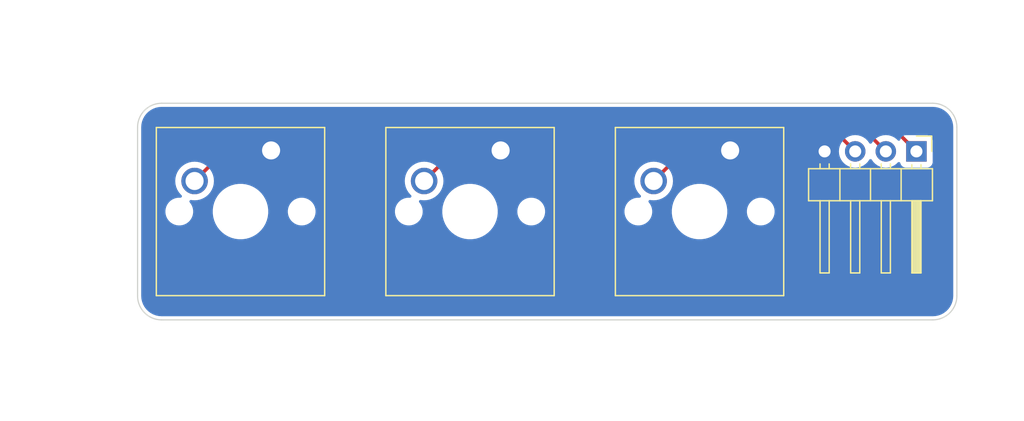
<source format=kicad_pcb>
(kicad_pcb (version 20240108) (generator "pcbnew") (generator_version "8.0")
  (title_block (title "Mechanical Switch Breakout PCB") (date "2024-06-07") (rev "0.1.0"))
  (layers (0 "F.Cu" signal) (31 "B.Cu" signal) (34 "B.Paste" user) (35 "F.Paste" user) (36 "B.SilkS" user "B.Silkscreen") (37 "F.SilkS" user "F.Silkscreen") (38 "B.Mask" user) (39 "F.Mask" user) (44 "Edge.Cuts" user))
  (net 0 "")
  (net 1 "/SW_1")
  (net 2 "/COMMON")
  (net 3 "/SW_3")
  (net 4 "/SW_2")
  (footprint "Connector_PinHeader_2.54mm:PinHeader_1x04_P2.54mm_Horizontal" (layer "F.Cu") (at 133.6 58.54 -90)
    (property "Reference" "J1" (hide yes))
    (property "Value" "Conn_01x04_Pin" (hide yes))
    (fp_line (start 1.44 8.95) (end 4.1 8.95) (stroke (width 0.12)) (layer "F.SilkS"))
    (fp_line (start 4.1 8.95) (end 4.1 -1.33) (stroke (width 0.12)) (layer "F.SilkS"))
    (fp_line (start 1.042929 8) (end 1.44 8) (stroke (width 0.12)) (layer "F.SilkS"))
    (fp_line (start 10.1 8) (end 4.1 8) (stroke (width 0.12)) (layer "F.SilkS"))
    (fp_line (start 1.042929 7.24) (end 1.44 7.24) (stroke (width 0.12)) (layer "F.SilkS"))
    (fp_line (start 4.1 7.24) (end 10.1 7.24) (stroke (width 0.12)) (layer "F.SilkS"))
    (fp_line (start 10.1 7.24) (end 10.1 8) (stroke (width 0.12)) (layer "F.SilkS"))
    (fp_line (start 1.44 6.35) (end 4.1 6.35) (stroke (width 0.12)) (layer "F.SilkS"))
    (fp_line (start 1.042929 5.46) (end 1.44 5.46) (stroke (width 0.12)) (layer "F.SilkS"))
    (fp_line (start 10.1 5.46) (end 4.1 5.46) (stroke (width 0.12)) (layer "F.SilkS"))
    (fp_line (start 1.042929 4.7) (end 1.44 4.7) (stroke (width 0.12)) (layer "F.SilkS"))
    (fp_line (start 4.1 4.7) (end 10.1 4.7) (stroke (width 0.12)) (layer "F.SilkS"))
    (fp_line (start 10.1 4.7) (end 10.1 5.46) (stroke (width 0.12)) (layer "F.SilkS"))
    (fp_line (start 1.44 3.81) (end 4.1 3.81) (stroke (width 0.12)) (layer "F.SilkS"))
    (fp_line (start 1.042929 2.92) (end 1.44 2.92) (stroke (width 0.12)) (layer "F.SilkS"))
    (fp_line (start 10.1 2.92) (end 4.1 2.92) (stroke (width 0.12)) (layer "F.SilkS"))
    (fp_line (start 1.042929 2.16) (end 1.44 2.16) (stroke (width 0.12)) (layer "F.SilkS"))
    (fp_line (start 4.1 2.16) (end 10.1 2.16) (stroke (width 0.12)) (layer "F.SilkS"))
    (fp_line (start 10.1 2.16) (end 10.1 2.92) (stroke (width 0.12)) (layer "F.SilkS"))
    (fp_line (start 1.44 1.27) (end 4.1 1.27) (stroke (width 0.12)) (layer "F.SilkS"))
    (fp_line (start 1.11 0.38) (end 1.44 0.38) (stroke (width 0.12)) (layer "F.SilkS"))
    (fp_line (start 10.1 0.38) (end 4.1 0.38) (stroke (width 0.12)) (layer "F.SilkS"))
    (fp_line (start 4.1 0.28) (end 10.1 0.28) (stroke (width 0.12)) (layer "F.SilkS"))
    (fp_line (start 4.1 0.16) (end 10.1 0.16) (stroke (width 0.12)) (layer "F.SilkS"))
    (fp_line (start 4.1 0.04) (end 10.1 0.04) (stroke (width 0.12)) (layer "F.SilkS"))
    (fp_line (start -1.27 0) (end -1.27 -1.27) (stroke (width 0.12)) (layer "F.SilkS"))
    (fp_line (start 4.1 -0.08) (end 10.1 -0.08) (stroke (width 0.12)) (layer "F.SilkS"))
    (fp_line (start 4.1 -0.2) (end 10.1 -0.2) (stroke (width 0.12)) (layer "F.SilkS"))
    (fp_line (start 4.1 -0.32) (end 10.1 -0.32) (stroke (width 0.12)) (layer "F.SilkS"))
    (fp_line (start 1.11 -0.38) (end 1.44 -0.38) (stroke (width 0.12)) (layer "F.SilkS"))
    (fp_line (start 4.1 -0.38) (end 10.1 -0.38) (stroke (width 0.12)) (layer "F.SilkS"))
    (fp_line (start 10.1 -0.38) (end 10.1 0.38) (stroke (width 0.12)) (layer "F.SilkS"))
    (fp_line (start -1.27 -1.27) (end 0 -1.27) (stroke (width 0.12)) (layer "F.SilkS"))
    (fp_line (start 1.44 -1.33) (end 1.44 8.95) (stroke (width 0.12)) (layer "F.SilkS"))
    (fp_line (start 4.1 -1.33) (end 1.44 -1.33) (stroke (width 0.12)) (layer "F.SilkS"))
    (pad "1" thru_hole rect (at 0 0 270) (size 1.7 1.7) (drill 1) (layers "*.Cu" "*.Mask") (net 1 "/SW_1"))
    (pad "2" thru_hole oval (at 0 2.54 270) (size 1.7 1.7) (drill 1) (layers "*.Cu" "*.Mask") (net 4 "/SW_2"))
    (pad "3" thru_hole oval (at 0 5.08 270) (size 1.7 1.7) (drill 1) (layers "*.Cu" "*.Mask") (net 3 "/SW_3"))
    (pad "4" thru_hole oval (at 0 7.62 270) (size 1.7 1.7) (drill 1) (layers "*.Cu" "*.Mask") (net 2 "/COMMON"))
  )
  (footprint "Button_Switch_Keyboard:SW_Cherry_MX_1.00u_PCB" (layer "F.Cu") (at 99.09 58.46)
    (property "Reference" "SW2" (hide yes))
    (property "Value" "SW_SPST" (hide yes))
    (fp_line (start -9.525 -1.905) (end 4.445 -1.905) (stroke (width 0.12)) (layer "F.SilkS"))
    (fp_line (start -9.525 12.065) (end -9.525 -1.905) (stroke (width 0.12)) (layer "F.SilkS"))
    (fp_line (start 4.445 -1.905) (end 4.445 12.065) (stroke (width 0.12)) (layer "F.SilkS"))
    (fp_line (start 4.445 12.065) (end -9.525 12.065) (stroke (width 0.12)) (layer "F.SilkS"))
    (pad "" np_thru_hole circle (at -7.62 5.08) (size 1.7 1.7) (drill 1.7) (layers "*.Cu" "*.Mask"))
    (pad "" np_thru_hole circle (at -2.54 5.08) (size 4 4) (drill 4) (layers "*.Cu" "*.Mask"))
    (pad "" np_thru_hole circle (at 2.54 5.08) (size 1.7 1.7) (drill 1.7) (layers "*.Cu" "*.Mask"))
    (pad "1" thru_hole circle (at 0 0) (size 2.2 2.2) (drill 1.5) (layers "*.Cu" "*.Mask") (net 2 "/COMMON"))
    (pad "2" thru_hole circle (at -6.35 2.54) (size 2.2 2.2) (drill 1.5) (layers "*.Cu" "*.Mask") (net 4 "/SW_2"))
  )
  (footprint "Button_Switch_Keyboard:SW_Cherry_MX_1.00u_PCB" (layer "F.Cu") (at 80.04 58.46)
    (property "Reference" "SW1" (hide yes))
    (property "Value" "SW_SPST" (hide yes))
    (fp_line (start -9.525 -1.905) (end 4.445 -1.905) (stroke (width 0.12)) (layer "F.SilkS"))
    (fp_line (start -9.525 12.065) (end -9.525 -1.905) (stroke (width 0.12)) (layer "F.SilkS"))
    (fp_line (start 4.445 -1.905) (end 4.445 12.065) (stroke (width 0.12)) (layer "F.SilkS"))
    (fp_line (start 4.445 12.065) (end -9.525 12.065) (stroke (width 0.12)) (layer "F.SilkS"))
    (pad "" np_thru_hole circle (at -7.62 5.08) (size 1.7 1.7) (drill 1.7) (layers "*.Cu" "*.Mask"))
    (pad "" np_thru_hole circle (at -2.54 5.08) (size 4 4) (drill 4) (layers "*.Cu" "*.Mask"))
    (pad "" np_thru_hole circle (at 2.54 5.08) (size 1.7 1.7) (drill 1.7) (layers "*.Cu" "*.Mask"))
    (pad "1" thru_hole circle (at 0 0) (size 2.2 2.2) (drill 1.5) (layers "*.Cu" "*.Mask") (net 2 "/COMMON"))
    (pad "2" thru_hole circle (at -6.35 2.54) (size 2.2 2.2) (drill 1.5) (layers "*.Cu" "*.Mask") (net 1 "/SW_1"))
  )
  (footprint "Button_Switch_Keyboard:SW_Cherry_MX_1.00u_PCB" (layer "F.Cu") (at 118.14 58.46)
    (property "Reference" "SW3" (hide yes))
    (property "Value" "SW_SPST" (hide yes))
    (fp_line (start -9.525 -1.905) (end 4.445 -1.905) (stroke (width 0.12)) (layer "F.SilkS"))
    (fp_line (start -9.525 12.065) (end -9.525 -1.905) (stroke (width 0.12)) (layer "F.SilkS"))
    (fp_line (start 4.445 -1.905) (end 4.445 12.065) (stroke (width 0.12)) (layer "F.SilkS"))
    (fp_line (start 4.445 12.065) (end -9.525 12.065) (stroke (width 0.12)) (layer "F.SilkS"))
    (pad "" np_thru_hole circle (at -7.62 5.08) (size 1.7 1.7) (drill 1.7) (layers "*.Cu" "*.Mask"))
    (pad "" np_thru_hole circle (at -2.54 5.08) (size 4 4) (drill 4) (layers "*.Cu" "*.Mask"))
    (pad "" np_thru_hole circle (at 2.54 5.08) (size 1.7 1.7) (drill 1.7) (layers "*.Cu" "*.Mask"))
    (pad "1" thru_hole circle (at 0 0) (size 2.2 2.2) (drill 1.5) (layers "*.Cu" "*.Mask") (net 2 "/COMMON"))
    (pad "2" thru_hole circle (at -6.35 2.54) (size 2.2 2.2) (drill 1.5) (layers "*.Cu" "*.Mask") (net 3 "/SW_3"))
  )
  (gr_line (start 134.957499 54.540001) (end 70.9575 54.54) (stroke (width 0.1)) (layer "Edge.Cuts"))
  (gr_arc (start 134.957499 54.540001) (mid 136.371713 55.125787) (end 136.957499 56.540001) (stroke (width 0.1)) (layer "Edge.Cuts"))
  (gr_line (start 136.957499 70.539999) (end 136.957499 56.540001) (stroke (width 0.1)) (layer "Edge.Cuts"))
  (gr_arc (start 70.957501 72.539999) (mid 69.543287 71.954213) (end 68.957501 70.539999) (stroke (width 0.1)) (layer "Edge.Cuts"))
  (gr_line (start 70.957501 72.539999) (end 134.957499 72.539999) (stroke (width 0.1)) (layer "Edge.Cuts"))
  (gr_arc (start 136.957499 70.539999) (mid 136.371713 71.954213) (end 134.957499 72.539999) (stroke (width 0.1)) (layer "Edge.Cuts"))
  (gr_line (start 68.9575 56.54) (end 68.957501 70.539999) (stroke (width 0.1)) (layer "Edge.Cuts"))
  (gr_arc (start 68.9575 56.54) (mid 69.543286 55.125786) (end 70.9575 54.54) (stroke (width 0.1)) (layer "Edge.Cuts"))
  (segment (start 79.19 55.5) (end 73.69 61) (width 0.3) (layer "F.Cu") (net 1))
  (segment (start 130.56 55.5) (end 79.19 55.5) (width 0.3) (layer "F.Cu") (net 1))
  (segment (start 133.6 58.54) (end 130.56 55.5) (width 0.3) (layer "F.Cu") (net 1))
  (segment (start 126.48 56.5) (end 116.29 56.5) (width 0.3) (layer "F.Cu") (net 3))
  (segment (start 116.29 56.5) (end 111.79 61) (width 0.3) (layer "F.Cu") (net 3))
  (segment (start 128.52 58.54) (end 126.48 56.5) (width 0.3) (layer "F.Cu") (net 3))
  (segment (start 124 56) (end 100 56) (width 0.3) (layer "F.Cu") (net 4))
  (segment (start 128.52 56) (end 124 56) (width 0.3) (layer "F.Cu") (net 4))
  (segment (start 92.74 61) (end 97.74 56) (width 0.3) (layer "F.Cu") (net 4))
  (segment (start 131.06 58.54) (end 128.52 56) (width 0.3) (layer "F.Cu") (net 4))
  (segment (start 97.74 56) (end 100 56) (width 0.3) (layer "F.Cu") (net 4))
  (zone (net 2) (net_name "/COMMON") (layer "B.Cu") (connect_pads yes (clearance 0.5)) (min_thickness 0.25) (fill yes (thermal_gap 0.5) (thermal_bridge_width 0.5))
    (polygon (pts (xy 57.54 45.96) (xy 57.54 80.96) (xy 142.54 80.96) (xy 142.54 45.96)))
  )
)
</source>
